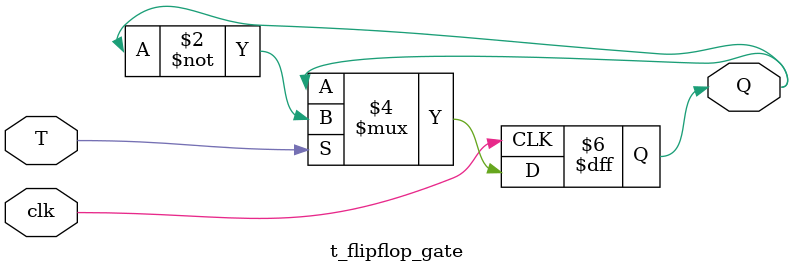
<source format=v>
module t_flipflop_gate (
    input T, clk,
    output reg Q
);
    always @(posedge clk)
    begin
        if (T)
            Q = ~Q;
        else
            Q = Q;
    end
endmodule

</source>
